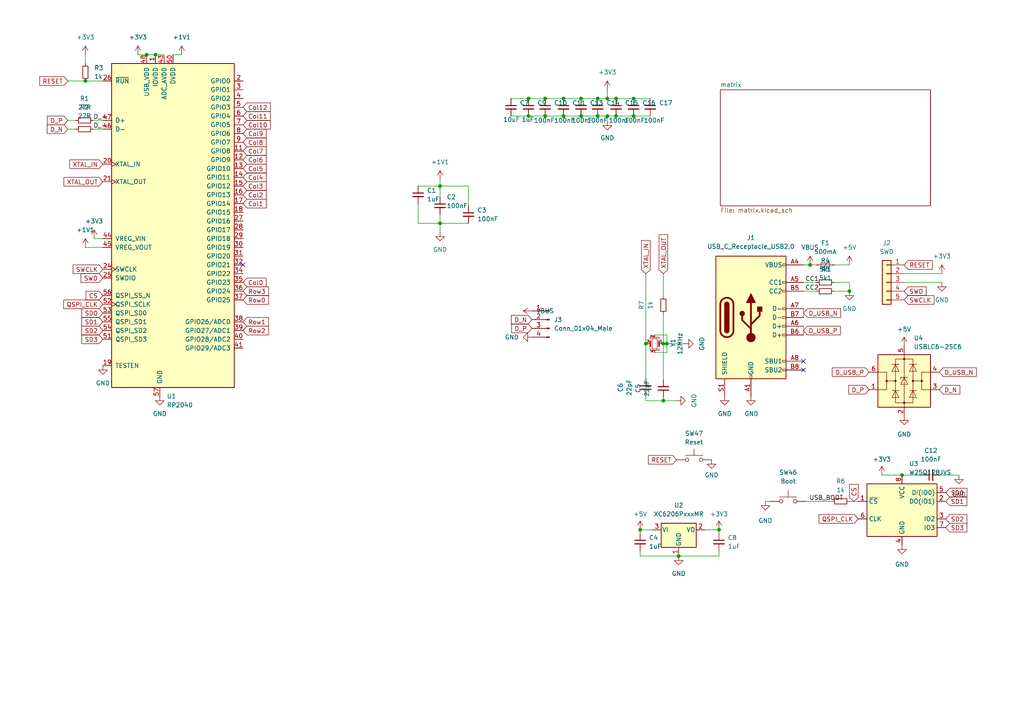
<source format=kicad_sch>
(kicad_sch (version 20230121) (generator eeschema)
  (paper "A4")
  (lib_symbols
    (symbol "Connector:Conn_01x04_Male" (pin_names (offset 1.016) hide)
      (property "Reference" "J" (at 0 5.08 0))
      (property "Value" "Conn_01x04_Male" (at 0 -7.62 0))
      (symbol "Conn_01x04_Male_1_1"
        (polyline (pts (xy 1.27 -5.08) (xy 0.8636 -5.08)) (stroke (width 0.1524)))
        (polyline (pts (xy 1.27 -2.54) (xy 0.8636 -2.54)) (stroke (width 0.1524)))
        (polyline (pts (xy 1.27 0) (xy 0.8636 0)) (stroke (width 0.1524)))
        (polyline (pts (xy 1.27 2.54) (xy 0.8636 2.54)) (stroke (width 0.1524)))
        (rectangle (start 0.8636 -4.953) (end 0 -5.207) (stroke (width 0.1524)) (fill (type outline)))
        (rectangle (start 0.8636 -2.413) (end 0 -2.667) (stroke (width 0.1524)) (fill (type outline)))
        (rectangle (start 0.8636 0.127) (end 0 -0.127) (stroke (width 0.1524)) (fill (type outline)))
        (rectangle (start 0.8636 2.667) (end 0 2.413) (stroke (width 0.1524)) (fill (type outline)))
        (pin passive line (at 5.08 2.54 180) (length 3.81) (name "Pin_1") (number "1"))
        (pin passive line (at 5.08 0 180) (length 3.81) (name "Pin_2") (number "2"))
        (pin passive line (at 5.08 -2.54 180) (length 3.81) (name "Pin_3") (number "3"))
        (pin passive line (at 5.08 -5.08 180) (length 3.81) (name "Pin_4") (number "4"))
      )
    )
    (symbol "Connector:USB_C_Receptacle_USB2.0" (pin_names (offset 1.016))
      (property "Reference" "J" (at -10.16 19.05 0))
      (property "Value" "USB_C_Receptacle_USB2.0" (at 19.05 19.05 0))
      (symbol "USB_C_Receptacle_USB2.0_0_0"
        (rectangle (start -0.254 -17.78) (end 0.254 -16.764))
        (rectangle (start 10.16 -14.986) (end 9.144 -15.494))
        (rectangle (start 10.16 -12.446) (end 9.144 -12.954))
        (rectangle (start 10.16 -4.826) (end 9.144 -5.334))
        (rectangle (start 10.16 -2.286) (end 9.144 -2.794))
        (rectangle (start 10.16 0.254) (end 9.144 -0.254))
        (rectangle (start 10.16 2.794) (end 9.144 2.286))
        (rectangle (start 10.16 7.874) (end 9.144 7.366))
        (rectangle (start 10.16 10.414) (end 9.144 9.906))
        (rectangle (start 10.16 15.494) (end 9.144 14.986))
      )
      (symbol "USB_C_Receptacle_USB2.0_0_1"
        (rectangle (start -10.16 17.78) (end 10.16 -17.78) (stroke (width 0.254)) (fill (type background)))
        (arc (start -8.89 -3.81) (mid -6.985 -5.7067) (end -5.08 -3.81) (stroke (width 0.508)))
        (arc (start -7.62 -3.81) (mid -6.985 -4.4423) (end -6.35 -3.81) (stroke (width 0.254)))
        (arc (start -7.62 -3.81) (mid -6.985 -4.4423) (end -6.35 -3.81) (stroke (width 0.254)) (fill (type outline)))
        (rectangle (start -7.62 -3.81) (end -6.35 3.81) (stroke (width 0.254)) (fill (type outline)))
        (arc (start -6.35 3.81) (mid -6.985 4.4423) (end -7.62 3.81) (stroke (width 0.254)))
        (arc (start -6.35 3.81) (mid -6.985 4.4423) (end -7.62 3.81) (stroke (width 0.254)) (fill (type outline)))
        (arc (start -5.08 3.81) (mid -6.985 5.7067) (end -8.89 3.81) (stroke (width 0.508)))
        (circle (center -2.54 1.143) (radius 0.635) (stroke (width 0.254)) (fill (type outline)))
        (circle (center 0 -5.842) (radius 1.27) (fill (type outline)))
        (polyline (pts (xy -8.89 -3.81) (xy -8.89 3.81)) (stroke (width 0.508)))
        (polyline (pts (xy -5.08 3.81) (xy -5.08 -3.81)) (stroke (width 0.508)))
        (polyline (pts (xy 0 -5.842) (xy 0 4.318)) (stroke (width 0.508)))
        (polyline (pts (xy 0 -3.302) (xy -2.54 -0.762) (xy -2.54 0.508)) (stroke (width 0.508)))
        (polyline (pts (xy 0 -2.032) (xy 2.54 0.508) (xy 2.54 1.778)) (stroke (width 0.508)))
        (polyline (pts (xy -1.27 4.318) (xy 0 6.858) (xy 1.27 4.318) (xy -1.27 4.318)) (stroke (width 0.254)) (fill (type outline)))
        (rectangle (start 1.905 1.778) (end 3.175 3.048) (stroke (width 0.254)) (fill (type outline)))
      )
      (symbol "USB_C_Receptacle_USB2.0_1_1"
        (pin passive line (at 0 -22.86 90) (length 5.08) (name "GND") (number "A1"))
        (pin passive line (at 0 -22.86 90) (length 5.08) hide (name "GND") (number "A12"))
        (pin passive line (at 15.24 15.24 180) (length 5.08) (name "VBUS") (number "A4"))
        (pin bidirectional line (at 15.24 10.16 180) (length 5.08) (name "CC1") (number "A5"))
        (pin bidirectional line (at 15.24 -2.54 180) (length 5.08) (name "D+") (number "A6"))
        (pin bidirectional line (at 15.24 2.54 180) (length 5.08) (name "D-") (number "A7"))
        (pin bidirectional line (at 15.24 -12.7 180) (length 5.08) (name "SBU1") (number "A8"))
        (pin passive line (at 15.24 15.24 180) (length 5.08) hide (name "VBUS") (number "A9"))
        (pin passive line (at 0 -22.86 90) (length 5.08) hide (name "GND") (number "B1"))
        (pin passive line (at 0 -22.86 90) (length 5.08) hide (name "GND") (number "B12"))
        (pin passive line (at 15.24 15.24 180) (length 5.08) hide (name "VBUS") (number "B4"))
        (pin bidirectional line (at 15.24 7.62 180) (length 5.08) (name "CC2") (number "B5"))
        (pin bidirectional line (at 15.24 -5.08 180) (length 5.08) (name "D+") (number "B6"))
        (pin bidirectional line (at 15.24 0 180) (length 5.08) (name "D-") (number "B7"))
        (pin bidirectional line (at 15.24 -15.24 180) (length 5.08) (name "SBU2") (number "B8"))
        (pin passive line (at 15.24 15.24 180) (length 5.08) hide (name "VBUS") (number "B9"))
        (pin passive line (at -7.62 -22.86 90) (length 5.08) (name "SHIELD") (number "S1"))
      )
    )
    (symbol "Connector_Generic:Conn_01x05" (pin_names (offset 1.016) hide)
      (property "Reference" "J" (at 0 7.62 0))
      (property "Value" "Conn_01x05" (at 0 -7.62 0))
      (symbol "Conn_01x05_1_1"
        (rectangle (start -1.27 -4.953) (end 0 -5.207) (stroke (width 0.1524)))
        (rectangle (start -1.27 -2.413) (end 0 -2.667) (stroke (width 0.1524)))
        (rectangle (start -1.27 0.127) (end 0 -0.127) (stroke (width 0.1524)))
        (rectangle (start -1.27 2.667) (end 0 2.413) (stroke (width 0.1524)))
        (rectangle (start -1.27 5.207) (end 0 4.953) (stroke (width 0.1524)))
        (rectangle (start -1.27 6.35) (end 1.27 -6.35) (stroke (width 0.254)) (fill (type background)))
        (pin passive line (at -5.08 5.08 0) (length 3.81) (name "Pin_1") (number "1"))
        (pin passive line (at -5.08 2.54 0) (length 3.81) (name "Pin_2") (number "2"))
        (pin passive line (at -5.08 0 0) (length 3.81) (name "Pin_3") (number "3"))
        (pin passive line (at -5.08 -2.54 0) (length 3.81) (name "Pin_4") (number "4"))
        (pin passive line (at -5.08 -5.08 0) (length 3.81) (name "Pin_5") (number "5"))
      )
    )
    (symbol "Device:C_Small" (pin_numbers hide) (pin_names (offset 0.254) hide)
      (property "Reference" "C" (at 0.254 1.778 0))
      (property "Value" "C_Small" (at 0.254 -2.032 0))
      (symbol "C_Small_0_1"
        (polyline (pts (xy -1.524 -0.508) (xy 1.524 -0.508)) (stroke (width 0.3302)))
        (polyline (pts (xy -1.524 0.508) (xy 1.524 0.508)) (stroke (width 0.3048)))
      )
      (symbol "C_Small_1_1"
        (pin passive line (at 0 2.54 270) (length 2.032) (name "~") (number "1"))
        (pin passive line (at 0 -2.54 90) (length 2.032) (name "~") (number "2"))
      )
    )
    (symbol "Device:Crystal_GND24_Small" (pin_names (offset 1.016) hide)
      (property "Reference" "Y" (at 1.27 4.445 0))
      (property "Value" "Crystal_GND24_Small" (at 1.27 2.54 0))
      (symbol "Crystal_GND24_Small_0_1"
        (rectangle (start -0.762 -1.524) (end 0.762 1.524))
        (polyline (pts (xy -1.27 -0.762) (xy -1.27 0.762)) (stroke (width 0.381)))
        (polyline (pts (xy 1.27 -0.762) (xy 1.27 0.762)) (stroke (width 0.381)))
        (polyline (pts (xy -1.27 -1.27) (xy -1.27 -1.905) (xy 1.27 -1.905) (xy 1.27 -1.27)))
        (polyline (pts (xy -1.27 1.27) (xy -1.27 1.905) (xy 1.27 1.905) (xy 1.27 1.27)))
      )
      (symbol "Crystal_GND24_Small_1_1"
        (pin passive line (at -2.54 0 0) (length 1.27) (name "1") (number "1"))
        (pin passive line (at 0 -2.54 90) (length 0.635) (name "2") (number "2"))
        (pin passive line (at 2.54 0 180) (length 1.27) (name "3") (number "3"))
        (pin passive line (at 0 2.54 270) (length 0.635) (name "4") (number "4"))
      )
    )
    (symbol "Device:Polyfuse_Small" (pin_numbers hide) (pin_names (offset 0))
      (property "Reference" "F" (at -1.905 0 90))
      (property "Value" "Polyfuse_Small" (at 1.905 0 90))
      (symbol "Polyfuse_Small_0_1"
        (rectangle (start -0.508 1.27) (end 0.508 -1.27))
        (polyline (pts (xy 0 2.54) (xy 0 -2.54)))
        (polyline (pts (xy -1.016 1.27) (xy -1.016 0.762) (xy 1.016 -0.762) (xy 1.016 -1.27)))
      )
      (symbol "Polyfuse_Small_1_1"
        (pin passive line (at 0 2.54 270) (length 0.635) (name "~") (number "1"))
        (pin passive line (at 0 -2.54 90) (length 0.635) (name "~") (number "2"))
      )
    )
    (symbol "Device:R_Small" (pin_numbers hide) (pin_names (offset 0.254) hide)
      (property "Reference" "R" (at 0.762 0.508 0))
      (property "Value" "R_Small" (at 0.762 -1.016 0))
      (symbol "R_Small_0_1"
        (rectangle (start -0.762 1.778) (end 0.762 -1.778) (stroke (width 0.2032)))
      )
      (symbol "R_Small_1_1"
        (pin passive line (at 0 2.54 270) (length 0.762) (name "~") (number "1"))
        (pin passive line (at 0 -2.54 90) (length 0.762) (name "~") (number "2"))
      )
    )
    (symbol "GND_1" (power) (pin_names (offset 0))
      (property "Value" "GND_1" (at 0 -3.81 0))
      (symbol "GND_1_0_1"
        (polyline (pts (xy 0 0) (xy 0 -1.27) (xy 1.27 -1.27) (xy 0 -2.54) (xy -1.27 -1.27) (xy 0 -1.27)))
      )
      (symbol "GND_1_1_1"
        (pin power_in line (at 0 0 270) (length 0) hide (name "GND") (number "1"))
      )
    )
    (symbol "Memory_Flash:W25Q128JVS"
      (property "Reference" "U" (at -8.89 8.89 0))
      (property "Value" "W25Q128JVS" (at 7.62 8.89 0))
      (symbol "W25Q128JVS_0_1"
        (rectangle (start -10.16 7.62) (end 10.16 -7.62) (stroke (width 0.254)) (fill (type background)))
      )
      (symbol "W25Q128JVS_1_1"
        (pin input line (at -12.7 2.54 0) (length 2.54) (name "~{CS}") (number "1"))
        (pin bidirectional line (at 12.7 2.54 180) (length 2.54) (name "DO(IO1)") (number "2"))
        (pin bidirectional line (at 12.7 -2.54 180) (length 2.54) (name "IO2") (number "3"))
        (pin power_in line (at 0 -10.16 90) (length 2.54) (name "GND") (number "4"))
        (pin bidirectional line (at 12.7 5.08 180) (length 2.54) (name "DI(IO0)") (number "5"))
        (pin input line (at -12.7 -2.54 0) (length 2.54) (name "CLK") (number "6"))
        (pin bidirectional line (at 12.7 -5.08 180) (length 2.54) (name "IO3") (number "7"))
        (pin power_in line (at 0 10.16 270) (length 2.54) (name "VCC") (number "8"))
      )
    )
    (symbol "Power_Protection:USBLC6-2SC6" (pin_names hide)
      (property "Reference" "U" (at 2.54 8.89 0))
      (property "Value" "USBLC6-2SC6" (at 2.54 -8.89 0))
      (symbol "USBLC6-2SC6_0_1"
        (rectangle (start -7.62 -7.62) (end 7.62 7.62) (stroke (width 0.254)) (fill (type background)))
        (circle (center -5.08 0) (radius 0.254) (fill (type outline)))
        (circle (center -2.54 0) (radius 0.254) (fill (type outline)))
        (rectangle (start -2.54 6.35) (end 2.54 -6.35))
        (circle (center 0 -6.35) (radius 0.254) (fill (type outline)))
        (polyline (pts (xy -5.08 -2.54) (xy -7.62 -2.54)))
        (polyline (pts (xy -5.08 0) (xy -5.08 -2.54)))
        (polyline (pts (xy -5.08 2.54) (xy -7.62 2.54)))
        (polyline (pts (xy -1.524 -2.794) (xy -3.556 -2.794)))
        (polyline (pts (xy -1.524 4.826) (xy -3.556 4.826)))
        (polyline (pts (xy 0 -7.62) (xy 0 -6.35)))
        (polyline (pts (xy 0 -6.35) (xy 0 1.27)))
        (polyline (pts (xy 0 1.27) (xy 0 6.35)))
        (polyline (pts (xy 0 6.35) (xy 0 7.62)))
        (polyline (pts (xy 1.524 -2.794) (xy 3.556 -2.794)))
        (polyline (pts (xy 1.524 4.826) (xy 3.556 4.826)))
        (polyline (pts (xy 5.08 -2.54) (xy 7.62 -2.54)))
        (polyline (pts (xy 5.08 0) (xy 5.08 -2.54)))
        (polyline (pts (xy 5.08 2.54) (xy 7.62 2.54)))
        (polyline (pts (xy -2.54 0) (xy -5.08 0) (xy -5.08 2.54)))
        (polyline (pts (xy 2.54 0) (xy 5.08 0) (xy 5.08 2.54)))
        (polyline (pts (xy -3.556 -4.826) (xy -1.524 -4.826) (xy -2.54 -2.794) (xy -3.556 -4.826)))
        (polyline (pts (xy -3.556 2.794) (xy -1.524 2.794) (xy -2.54 4.826) (xy -3.556 2.794)))
        (polyline (pts (xy -1.016 -1.016) (xy 1.016 -1.016) (xy 0 1.016) (xy -1.016 -1.016)))
        (polyline (pts (xy 1.016 1.016) (xy 0.762 1.016) (xy -1.016 1.016) (xy -1.016 0.508)))
        (polyline (pts (xy 3.556 -4.826) (xy 1.524 -4.826) (xy 2.54 -2.794) (xy 3.556 -4.826)))
        (polyline (pts (xy 3.556 2.794) (xy 1.524 2.794) (xy 2.54 4.826) (xy 3.556 2.794)))
        (circle (center 0 6.35) (radius 0.254) (fill (type outline)))
        (circle (center 2.54 0) (radius 0.254) (fill (type outline)))
        (circle (center 5.08 0) (radius 0.254) (fill (type outline)))
      )
      (symbol "USBLC6-2SC6_1_1"
        (pin passive line (at -10.16 -2.54 0) (length 2.54) (name "I/O1") (number "1"))
        (pin passive line (at 0 -10.16 90) (length 2.54) (name "GND") (number "2"))
        (pin passive line (at 10.16 -2.54 180) (length 2.54) (name "I/O2") (number "3"))
        (pin passive line (at 10.16 2.54 180) (length 2.54) (name "I/O2") (number "4"))
        (pin passive line (at 0 10.16 270) (length 2.54) (name "VBUS") (number "5"))
        (pin passive line (at -10.16 2.54 0) (length 2.54) (name "I/O1") (number "6"))
      )
    )
    (symbol "Regulator_Linear:XC6206PxxxMR" (pin_names (offset 0.254))
      (property "Reference" "U" (at -3.81 3.175 0))
      (property "Value" "XC6206PxxxMR" (at 0 3.175 0))
      (symbol "XC6206PxxxMR_0_1"
        (rectangle (start -5.08 1.905) (end 5.08 -5.08) (stroke (width 0.254)) (fill (type background)))
      )
      (symbol "XC6206PxxxMR_1_1"
        (pin power_in line (at 0 -7.62 90) (length 2.54) (name "GND") (number "1"))
        (pin power_out line (at 7.62 0 180) (length 2.54) (name "VO") (number "2"))
        (pin power_in line (at -7.62 0 0) (length 2.54) (name "VI") (number "3"))
      )
    )
    (symbol "Sleep-lib:RP2040" (pin_names (offset 1.016))
      (property "Reference" "U" (at 8.89 51.435 0))
      (property "Value" "RP2040" (at 8.89 48.895 0))
      (symbol "RP2040_0_0"
        (rectangle (start -17.78 -45.72) (end 17.78 48.26) (stroke (width 0.254)) (fill (type background)))
      )
      (symbol "RP2040_1_1"
        (pin power_in line (at -5.08 50.8 270) (length 2.54) (name "IOVDD") (number "1"))
        (pin power_in line (at -5.08 50.8 270) (length 2.54) hide (name "IOVDD") (number "10"))
        (pin input line (at 20.32 22.86 180) (length 2.54) (name "GPIO8") (number "11"))
        (pin input line (at 20.32 20.32 180) (length 2.54) (name "GPIO9") (number "12"))
        (pin input line (at 20.32 17.78 180) (length 2.54) (name "GPIO10") (number "13"))
        (pin input line (at 20.32 15.24 180) (length 2.54) (name "GPIO11") (number "14"))
        (pin input line (at 20.32 12.7 180) (length 2.54) (name "GPIO12") (number "15"))
        (pin input line (at 20.32 10.16 180) (length 2.54) (name "GPIO13") (number "16"))
        (pin input line (at 20.32 7.62 180) (length 2.54) (name "GPIO14") (number "17"))
        (pin input line (at 20.32 5.08 180) (length 2.54) (name "GPIO15") (number "18"))
        (pin input line (at -20.32 -39.37 0) (length 2.54) (name "TESTEN") (number "19"))
        (pin input line (at 20.32 43.18 180) (length 2.54) (name "GPIO0") (number "2"))
        (pin input clock (at -20.32 19.05 0) (length 2.54) (name "XTAL_IN") (number "20"))
        (pin input clock (at -20.32 13.97 0) (length 2.54) (name "XTAL_OUT") (number "21"))
        (pin power_in line (at -5.08 50.8 270) (length 2.54) hide (name "IOVDD") (number "22"))
        (pin power_in line (at 0 50.8 270) (length 2.54) hide (name "DVDD") (number "23"))
        (pin input clock (at -20.32 -11.43 0) (length 2.54) (name "SWCLK") (number "24"))
        (pin bidirectional line (at -20.32 -13.97 0) (length 2.54) (name "SWDIO") (number "25"))
        (pin input line (at -20.32 43.18 0) (length 2.54) (name "~{RUN}") (number "26"))
        (pin input line (at 20.32 2.54 180) (length 2.54) (name "GPIO16") (number "27"))
        (pin input line (at 20.32 0 180) (length 2.54) (name "GPIO17") (number "28"))
        (pin input line (at 20.32 -2.54 180) (length 2.54) (name "GPIO18") (number "29"))
        (pin input line (at 20.32 40.64 180) (length 2.54) (name "GPIO1") (number "3"))
        (pin input line (at 20.32 -5.08 180) (length 2.54) (name "GPIO19") (number "30"))
        (pin input line (at 20.32 -7.62 180) (length 2.54) (name "GPIO20") (number "31"))
        (pin input line (at 20.32 -10.16 180) (length 2.54) (name "GPIO21") (number "32"))
        (pin power_in line (at -5.08 50.8 270) (length 2.54) hide (name "IOVDD") (number "33"))
        (pin input line (at 20.32 -12.7 180) (length 2.54) (name "GPIO22") (number "34"))
        (pin input line (at 20.32 -15.24 180) (length 2.54) (name "GPIO23") (number "35"))
        (pin input line (at 20.32 -17.78 180) (length 2.54) (name "GPIO24") (number "36"))
        (pin input line (at 20.32 -20.32 180) (length 2.54) (name "GPIO25") (number "37"))
        (pin input line (at 20.32 -26.67 180) (length 2.54) (name "GPIO26/ADC0") (number "38"))
        (pin input line (at 20.32 -29.21 180) (length 2.54) (name "GPIO27/ADC1") (number "39"))
        (pin input line (at 20.32 38.1 180) (length 2.54) (name "GPIO2") (number "4"))
        (pin input line (at 20.32 -31.75 180) (length 2.54) (name "GPIO28/ADC2") (number "40"))
        (pin input line (at 20.32 -34.29 180) (length 2.54) (name "GPIO29/ADC3") (number "41"))
        (pin power_in line (at -5.08 50.8 270) (length 2.54) hide (name "IOVDD") (number "42"))
        (pin power_in line (at -2.54 50.8 270) (length 2.54) (name "ADC_AVDD") (number "43"))
        (pin power_in line (at -20.32 -2.54 0) (length 2.54) (name "VREG_VIN") (number "44"))
        (pin power_out line (at -20.32 -5.08 0) (length 2.54) (name "VREG_VOUT") (number "45"))
        (pin bidirectional line (at -20.32 29.21 0) (length 2.54) (name "D-") (number "46"))
        (pin bidirectional line (at -20.32 31.75 0) (length 2.54) (name "D+") (number "47"))
        (pin power_in line (at -7.62 50.8 270) (length 2.54) (name "USB_VDD") (number "48"))
        (pin power_in line (at -5.08 50.8 270) (length 2.54) hide (name "IOVDD") (number "49"))
        (pin input line (at 20.32 35.56 180) (length 2.54) (name "GPIO3") (number "5"))
        (pin power_in line (at 0 50.8 270) (length 2.54) (name "DVDD") (number "50"))
        (pin bidirectional line (at -20.32 -31.75 0) (length 2.54) (name "QSPI_SD3") (number "51"))
        (pin input clock (at -20.32 -21.59 0) (length 2.54) (name "QSPI_SCLK") (number "52"))
        (pin bidirectional line (at -20.32 -24.13 0) (length 2.54) (name "QSPI_SD0") (number "53"))
        (pin bidirectional line (at -20.32 -29.21 0) (length 2.54) (name "QSPI_SD2") (number "54"))
        (pin bidirectional line (at -20.32 -26.67 0) (length 2.54) (name "QSPI_SD1") (number "55"))
        (pin bidirectional line (at -20.32 -19.05 0) (length 2.54) (name "QSPI_SS_N") (number "56"))
        (pin power_in line (at -3.81 -48.26 90) (length 2.54) (name "GND") (number "57"))
        (pin input line (at 20.32 33.02 180) (length 2.54) (name "GPIO4") (number "6"))
        (pin input line (at 20.32 30.48 180) (length 2.54) (name "GPIO5") (number "7"))
        (pin input line (at 20.32 27.94 180) (length 2.54) (name "GPIO6") (number "8"))
        (pin input line (at 20.32 25.4 180) (length 2.54) (name "GPIO7") (number "9"))
      )
    )
    (symbol "Switch:SW_Push" (pin_numbers hide) (pin_names (offset 1.016) hide)
      (property "Reference" "SW" (at 1.27 2.54 0))
      (property "Value" "SW_Push" (at 0 -1.524 0))
      (symbol "SW_Push_0_1"
        (circle (center -2.032 0) (radius 0.508))
        (polyline (pts (xy 0 1.27) (xy 0 3.048)))
        (polyline (pts (xy 2.54 1.27) (xy -2.54 1.27)))
        (circle (center 2.032 0) (radius 0.508))
        (pin passive line (at -5.08 0 0) (length 2.54) (name "1") (number "1"))
        (pin passive line (at 5.08 0 180) (length 2.54) (name "2") (number "2"))
      )
    )
    (symbol "power:+1V1" (power) (pin_names (offset 0))
      (property "Value" "+1V1" (at 0 3.556 0))
      (symbol "+1V1_0_1"
        (polyline (pts (xy -0.762 1.27) (xy 0 2.54)))
        (polyline (pts (xy 0 0) (xy 0 2.54)))
        (polyline (pts (xy 0 2.54) (xy 0.762 1.27)))
      )
      (symbol "+1V1_1_1"
        (pin power_in line (at 0 0 90) (length 0) hide (name "+1V1") (number "1"))
      )
    )
    (symbol "power:+3V3" (power) (pin_names (offset 0))
      (property "Value" "+3V3" (at 0 3.556 0))
      (symbol "+3V3_0_1"
        (polyline (pts (xy -0.762 1.27) (xy 0 2.54)))
        (polyline (pts (xy 0 0) (xy 0 2.54)))
        (polyline (pts (xy 0 2.54) (xy 0.762 1.27)))
      )
      (symbol "+3V3_1_1"
        (pin power_in line (at 0 0 90) (length 0) hide (name "+3V3") (number "1"))
      )
    )
    (symbol "power:+5V" (power) (pin_names (offset 0))
      (property "Value" "+5V" (at 0 3.556 0))
      (symbol "+5V_0_1"
        (polyline (pts (xy -0.762 1.27) (xy 0 2.54)))
        (polyline (pts (xy 0 0) (xy 0 2.54)))
        (polyline (pts (xy 0 2.54) (xy 0.762 1.27)))
      )
      (symbol "+5V_1_1"
        (pin power_in line (at 0 0 90) (length 0) hide (name "+5V") (number "1"))
      )
    )
    (symbol "power:GND" (power) (pin_names (offset 0))
      (property "Value" "GND" (at 0 -3.81 0))
      (symbol "GND_0_1"
        (polyline (pts (xy 0 0) (xy 0 -1.27) (xy 1.27 -1.27) (xy 0 -2.54) (xy -1.27 -1.27) (xy 0 -1.27)))
      )
      (symbol "GND_1_1"
        (pin power_in line (at 0 0 270) (length 0) hide (name "GND") (number "1"))
      )
    )
    (symbol "power:VBUS" (power) (pin_names (offset 0))
      (property "Value" "VBUS" (at 0 3.81 0))
      (symbol "VBUS_0_1"
        (polyline (pts (xy -0.762 1.27) (xy 0 2.54)))
        (polyline (pts (xy 0 0) (xy 0 2.54)))
        (polyline (pts (xy 0 2.54) (xy 0.762 1.27)))
      )
      (symbol "VBUS_1_1"
        (pin power_in line (at 0 0 90) (length 0) hide (name "VBUS") (number "1"))
      )
    )
  )
  (junction (at 208.534 153.67))
  (junction (at 168.529 28.575))
  (junction (at 178.689 33.655))
  (junction (at 261.62 137.795))
  (junction (at 192.405 99.695))
  (junction (at 187.325 99.695))
  (junction (at 234.95 76.835))
  (junction (at 246.38 84.455))
  (junction (at 185.674 153.67))
  (junction (at 24.765 23.495))
  (junction (at 153.289 28.575))
  (junction (at 183.769 33.655))
  (junction (at 158.115 28.575))
  (junction (at 192.405 116.205))
  (junction (at 45.085 15.875))
  (junction (at 176.149 28.575))
  (junction (at 168.529 33.655))
  (junction (at 196.85 161.29))
  (junction (at 127.635 53.975))
  (junction (at 193.421 99.695))
  (junction (at 42.545 15.875))
  (junction (at 176.149 33.655))
  (junction (at 173.355 33.655))
  (junction (at 163.449 28.575))
  (junction (at 158.115 33.655))
  (junction (at 163.449 33.655))
  (junction (at 178.689 28.575))
  (junction (at 173.355 28.575))
  (junction (at 153.289 33.655))
  (junction (at 183.769 28.575))
  (junction (at 127.635 64.77))
  (no_connect (at 70.485 76.835))
  (no_connect (at 233.045 107.315))
  (no_connect (at 233.045 104.775))
  (wire (pts (xy 262.255 81.915) (xy 273.177 81.915)))
  (wire (pts (xy 127.635 53.975) (xy 127.635 57.15)))
  (wire (pts (xy 272.542 137.795) (xy 278.13 137.795)))
  (wire (pts (xy 241.935 76.835) (xy 246.38 76.835)))
  (wire (pts (xy 47.625 15.875) (xy 45.085 15.875)))
  (wire (pts (xy 127.635 52.07) (xy 127.635 53.975)))
  (wire (pts (xy 24.765 23.495) (xy 29.845 23.495)))
  (wire (pts (xy 208.534 161.29) (xy 208.534 159.766)))
  (wire (pts (xy 19.685 37.465) (xy 21.971 37.465)))
  (wire (pts (xy 148.209 28.575) (xy 153.289 28.575)))
  (wire (pts (xy 121.285 53.975) (xy 127.635 53.975)))
  (wire (pts (xy 234.95 76.835) (xy 236.855 76.835)))
  (wire (pts (xy 176.149 33.655) (xy 176.149 35.179)))
  (wire (pts (xy 189.23 153.67) (xy 185.674 153.67)))
  (wire (pts (xy 168.529 28.575) (xy 173.355 28.575)))
  (wire (pts (xy 261.62 137.795) (xy 267.462 137.795)))
  (wire (pts (xy 24.765 71.755) (xy 29.845 71.755)))
  (wire (pts (xy 127.635 62.23) (xy 127.635 64.77)))
  (wire (pts (xy 42.545 15.875) (xy 40.005 15.875)))
  (wire (pts (xy 192.405 110.109) (xy 192.405 99.695)))
  (wire (pts (xy 233.045 89.535) (xy 233.045 92.075)))
  (wire (pts (xy 193.421 102.235) (xy 193.421 99.695)))
  (wire (pts (xy 173.355 28.575) (xy 176.149 28.575)))
  (wire (pts (xy 148.209 33.655) (xy 153.289 33.655)))
  (wire (pts (xy 189.865 97.155) (xy 193.421 97.155)))
  (wire (pts (xy 187.325 109.855) (xy 187.325 99.695)))
  (wire (pts (xy 27.305 69.215) (xy 29.845 69.215)))
  (wire (pts (xy 135.89 53.975) (xy 135.89 59.69)))
  (wire (pts (xy 127.635 64.77) (xy 135.89 64.77)))
  (wire (pts (xy 153.289 28.575) (xy 158.115 28.575)))
  (wire (pts (xy 248.92 145.415) (xy 246.38 145.415)))
  (wire (pts (xy 183.769 28.575) (xy 188.595 28.575)))
  (wire (pts (xy 189.865 102.235) (xy 193.421 102.235)))
  (wire (pts (xy 185.674 159.766) (xy 185.674 161.29)))
  (wire (pts (xy 192.405 116.205) (xy 187.325 116.205)))
  (wire (pts (xy 176.149 33.655) (xy 178.689 33.655)))
  (wire (pts (xy 241.935 84.455) (xy 246.38 84.455)))
  (wire (pts (xy 27.051 34.925) (xy 29.845 34.925)))
  (wire (pts (xy 121.285 59.055) (xy 121.285 64.77)))
  (wire (pts (xy 168.529 33.655) (xy 173.355 33.655)))
  (wire (pts (xy 193.421 97.155) (xy 193.421 99.695)))
  (wire (pts (xy 127.635 67.31) (xy 127.635 64.77)))
  (wire (pts (xy 19.685 23.495) (xy 24.765 23.495)))
  (wire (pts (xy 158.115 33.655) (xy 163.449 33.655)))
  (wire (pts (xy 241.935 81.915) (xy 246.38 81.915)))
  (wire (pts (xy 192.405 115.189) (xy 192.405 116.205)))
  (wire (pts (xy 204.47 153.67) (xy 208.534 153.67)))
  (wire (pts (xy 173.355 33.655) (xy 176.149 33.655)))
  (wire (pts (xy 163.449 33.655) (xy 168.529 33.655)))
  (wire (pts (xy 241.3 145.415) (xy 233.68 145.415)))
  (wire (pts (xy 127.635 53.975) (xy 135.89 53.975)))
  (wire (pts (xy 185.674 153.67) (xy 185.674 154.686)))
  (wire (pts (xy 193.421 99.695) (xy 198.501 99.695)))
  (wire (pts (xy 45.085 15.875) (xy 42.545 15.875)))
  (wire (pts (xy 262.255 79.375) (xy 273.177 79.375)))
  (wire (pts (xy 223.52 145.415) (xy 221.996 145.415)))
  (wire (pts (xy 192.405 85.979) (xy 192.405 79.375)))
  (wire (pts (xy 187.325 99.695) (xy 187.325 79.375)))
  (wire (pts (xy 196.85 161.29) (xy 208.534 161.29)))
  (wire (pts (xy 233.045 84.455) (xy 236.855 84.455)))
  (wire (pts (xy 19.685 34.925) (xy 21.971 34.925)))
  (wire (pts (xy 187.325 116.205) (xy 187.325 114.935)))
  (wire (pts (xy 50.165 15.875) (xy 52.705 15.875)))
  (wire (pts (xy 208.534 153.67) (xy 208.534 154.686)))
  (wire (pts (xy 178.689 28.575) (xy 183.769 28.575)))
  (wire (pts (xy 121.285 64.77) (xy 127.635 64.77)))
  (wire (pts (xy 233.045 94.615) (xy 233.045 97.155)))
  (wire (pts (xy 246.38 81.915) (xy 246.38 84.455)))
  (wire (pts (xy 176.149 26.035) (xy 176.149 28.575)))
  (wire (pts (xy 196.215 116.205) (xy 192.405 116.205)))
  (wire (pts (xy 183.769 33.655) (xy 188.595 33.655)))
  (wire (pts (xy 176.149 28.575) (xy 178.689 28.575)))
  (wire (pts (xy 24.765 15.875) (xy 24.765 18.415)))
  (wire (pts (xy 185.674 161.29) (xy 196.85 161.29)))
  (wire (pts (xy 178.689 33.655) (xy 183.769 33.655)))
  (wire (pts (xy 158.115 28.575) (xy 163.449 28.575)))
  (wire (pts (xy 233.045 76.835) (xy 234.95 76.835)))
  (wire (pts (xy 192.405 99.695) (xy 192.405 91.059)))
  (wire (pts (xy 27.051 37.465) (xy 29.845 37.465)))
  (wire (pts (xy 163.449 28.575) (xy 168.529 28.575)))
  (wire (pts (xy 153.289 33.655) (xy 158.115 33.655)))
  (wire (pts (xy 233.045 81.915) (xy 236.855 81.915)))
  (wire (pts (xy 255.778 137.795) (xy 261.62 137.795)))
  (label "D_-" (at 27.051 37.465 0))
  (label "CC1" (at 233.553 81.915 0))
  (label "CC2" (at 233.553 84.455 0))
  (label "USB_BOOT" (at 234.696 145.415 0))
  (label "D_+" (at 27.051 34.925 0))
  (global_label "Row2" (shape input) (at 70.485 95.885 0) (property "Intersheetrefs" "${INTERSHEET_REFS}" (effects hide)))
  (global_label "SD2" (shape input) (at 29.845 95.885 180) (property "Intersheetrefs" "${INTERSHEET_REFS}" (effects hide)))
  (global_label "RESET" (shape input) (at 19.685 23.495 180) (property "Intersheetrefs" "${INTERSHEET_REFS}" (effects hide)))
  (global_label "Col10" (shape input) (at 70.485 36.195 0) (property "Intersheetrefs" "${INTERSHEET_REFS}" (effects hide)))
  (global_label "XTAL_OUT" (shape input) (at 29.845 52.705 180) (property "Intersheetrefs" "${INTERSHEET_REFS}" (effects hide)))
  (global_label "Col9" (shape input) (at 70.485 38.735 0) (property "Intersheetrefs" "${INTERSHEET_REFS}" (effects hide)))
  (global_label "D_USB_P" (shape input) (at 252.095 107.95 180) (property "Intersheetrefs" "${INTERSHEET_REFS}" (effects hide)))
  (global_label "SD0" (shape input) (at 29.845 90.805 180) (property "Intersheetrefs" "${INTERSHEET_REFS}" (effects hide)))
  (global_label "Col2" (shape input) (at 70.485 56.515 0) (property "Intersheetrefs" "${INTERSHEET_REFS}" (effects hide)))
  (global_label "SWD" (shape input) (at 262.255 84.455 0) (property "Intersheetrefs" "${INTERSHEET_REFS}" (effects hide)))
  (global_label "Col5" (shape input) (at 70.485 48.895 0) (property "Intersheetrefs" "${INTERSHEET_REFS}" (effects hide)))
  (global_label "SD1" (shape input) (at 29.845 93.345 180) (property "Intersheetrefs" "${INTERSHEET_REFS}" (effects hide)))
  (global_label "SD2" (shape input) (at 274.32 150.495 0) (property "Intersheetrefs" "${INTERSHEET_REFS}" (effects hide)))
  (global_label "SWD" (shape input) (at 29.845 80.645 180) (property "Intersheetrefs" "${INTERSHEET_REFS}" (effects hide)))
  (global_label "D_P" (shape input) (at 19.685 34.925 180) (property "Intersheetrefs" "${INTERSHEET_REFS}" (effects hide)))
  (global_label "SD1" (shape input) (at 274.32 145.415 0) (property "Intersheetrefs" "${INTERSHEET_REFS}" (effects hide)))
  (global_label "D_USB_P" (shape input) (at 233.045 95.885 0) (property "Intersheetrefs" "${INTERSHEET_REFS}" (effects hide)))
  (global_label "D_N" (shape input) (at 19.685 37.465 180) (property "Intersheetrefs" "${INTERSHEET_REFS}" (effects hide)))
  (global_label "D_USB_N" (shape input) (at 272.415 107.95 0) (property "Intersheetrefs" "${INTERSHEET_REFS}" (effects hide)))
  (global_label "D_USB_N" (shape input) (at 233.045 90.805 0) (property "Intersheetrefs" "${INTERSHEET_REFS}" (effects hide)))
  (global_label "CS" (shape input) (at 29.845 85.725 180) (property "Intersheetrefs" "${INTERSHEET_REFS}" (effects hide)))
  (global_label "Row3" (shape input) (at 70.485 84.455 0) (property "Intersheetrefs" "${INTERSHEET_REFS}" (effects hide)))
  (global_label "Col4" (shape input) (at 70.485 51.435 0) (property "Intersheetrefs" "${INTERSHEET_REFS}" (effects hide)))
  (global_label "Col0" (shape input) (at 70.485 81.915 0) (property "Intersheetrefs" "${INTERSHEET_REFS}" (effects hide)))
  (global_label "XTAL_IN" (shape input) (at 29.845 47.625 180) (property "Intersheetrefs" "${INTERSHEET_REFS}" (effects hide)))
  (global_label "QSPI_CLK" (shape input) (at 29.845 88.265 180) (property "Intersheetrefs" "${INTERSHEET_REFS}" (effects hide)))
  (global_label "D_P" (shape input) (at 252.095 113.03 180) (property "Intersheetrefs" "${INTERSHEET_REFS}" (effects hide)))
  (global_label "SD3" (shape input) (at 29.845 98.425 180) (property "Intersheetrefs" "${INTERSHEET_REFS}" (effects hide)))
  (global_label "CS" (shape input) (at 247.65 145.415 90) (property "Intersheetrefs" "${INTERSHEET_REFS}" (effects hide)))
  (global_label "D_N" (shape input) (at 272.415 113.03 0) (property "Intersheetrefs" "${INTERSHEET_REFS}" (effects hide)))
  (global_label "XTAL_IN" (shape input) (at 187.325 79.375 90) (property "Intersheetrefs" "${INTERSHEET_REFS}" (effects hide)))
  (global_label "Col7" (shape input) (at 70.485 43.815 0) (property "Intersheetrefs" "${INTERSHEET_REFS}" (effects hide)))
  (global_label "RESET" (shape input) (at 196.215 133.35 180) (property "Intersheetrefs" "${INTERSHEET_REFS}" (effects hide)))
  (global_label "SWCLK" (shape input) (at 262.255 86.995 0) (property "Intersheetrefs" "${INTERSHEET_REFS}" (effects hide)))
  (global_label "SD0" (shape input) (at 274.32 142.875 0) (property "Intersheetrefs" "${INTERSHEET_REFS}" (effects hide)))
  (global_label "RESET" (shape input) (at 262.255 76.835 0) (property "Intersheetrefs" "${INTERSHEET_REFS}" (effects hide)))
  (global_label "Col12" (shape input) (at 70.485 31.115 0) (property "Intersheetrefs" "${INTERSHEET_REFS}" (effects hide)))
  (global_label "D_N" (shape input) (at 154.305 92.71 180) (property "Intersheetrefs" "${INTERSHEET_REFS}" (effects hide)))
  (global_label "Col1" (shape input) (at 70.485 59.055 0) (property "Intersheetrefs" "${INTERSHEET_REFS}" (effects hide)))
  (global_label "Col6" (shape input) (at 70.485 46.355 0) (property "Intersheetrefs" "${INTERSHEET_REFS}" (effects hide)))
  (global_label "Col11" (shape input) (at 70.485 33.655 0) (property "Intersheetrefs" "${INTERSHEET_REFS}" (effects hide)))
  (global_label "Row0" (shape input) (at 70.485 86.995 0) (property "Intersheetrefs" "${INTERSHEET_REFS}" (effects hide)))
  (global_label "XTAL_OUT" (shape input) (at 192.405 79.375 90) (property "Intersheetrefs" "${INTERSHEET_REFS}" (effects hide)))
  (global_label "Col8" (shape input) (at 70.485 41.275 0) (property "Intersheetrefs" "${INTERSHEET_REFS}" (effects hide)))
  (global_label "QSPI_CLK" (shape input) (at 248.92 150.495 180) (property "Intersheetrefs" "${INTERSHEET_REFS}" (effects hide)))
  (global_label "SD3" (shape input) (at 274.32 153.035 0) (property "Intersheetrefs" "${INTERSHEET_REFS}" (effects hide)))
  (global_label "Row1" (shape input) (at 70.485 93.345 0) (property "Intersheetrefs" "${INTERSHEET_REFS}" (effects hide)))
  (global_label "Col3" (shape input) (at 70.485 53.975 0) (property "Intersheetrefs" "${INTERSHEET_REFS}" (effects hide)))
  (global_label "D_P" (shape input) (at 154.305 95.25 180) (property "Intersheetrefs" "${INTERSHEET_REFS}" (effects hide)))
  (global_label "SWCLK" (shape input) (at 29.845 78.105 180) (property "Intersheetrefs" "${INTERSHEET_REFS}" (effects hide)))
  (symbol (lib_id "Device:Polyfuse_Small") (at 239.395 76.835 90) (unit 1)
    (property "Reference" "F1" (at 239.395 70.485 90))
    (property "Value" "500mA" (at 239.395 73.025 90))
    (property "Footprint" "Fuse:Fuse_1206_3216Metric" (effects hide))
  )
  (symbol (lib_id "power:GND") (at 217.805 114.935 0) (unit 1)
    (property "Reference" "#PWR0119" (effects hide))
    (property "Value" "GND" (at 217.932 120.015 0))
  )
  (symbol (lib_id "power:GND") (at 206.375 133.35 0) (unit 1)
    (property "Reference" "#PWR0131" (effects hide))
    (property "Value" "GND" (at 206.375 137.795 0))
  )
  (symbol (lib_id "Memory_Flash:W25Q128JVS") (at 261.62 147.955 0) (unit 1)
    (property "Reference" "U3" (at 263.6394 134.493 0) (effects (justify left)))
    (property "Value" "W25Q128JVS" (at 263.6394 137.033 0) (effects (justify left)))
    (property "Footprint" "Package_SO:SOIC-8_5.23x5.23mm_P1.27mm" (effects hide))
    (property "Datasheet" "http://www.winbond.com/resource-files/w25q128jv_dtr%20revc%2003272018%20plus.pdf" (effects hide))
  )
  (symbol (lib_id "power:+3V3") (at 208.534 153.67 0) (unit 1)
    (property "Reference" "#PWR0114" (effects hide))
    (property "Value" "+3V3" (at 208.534 149.098 0))
  )
  (symbol (lib_id "Device:C_Small") (at 121.285 56.515 0) (unit 1)
    (property "Reference" "C1" (at 123.825 55.2512 0) (effects (justify left)))
    (property "Value" "1uF" (at 123.825 57.7912 0) (effects (justify left)))
    (property "Footprint" "Capacitor_SMD:C_0402_1005Metric" (effects hide))
  )
  (symbol (lib_id "Device:R_Small") (at 239.395 84.455 90) (unit 1)
    (property "Reference" "R5" (at 239.395 78.105 90))
    (property "Value" "5k1" (at 239.395 80.645 90))
    (property "Footprint" "Resistor_SMD:R_0402_1005Metric" (effects hide))
  )
  (symbol (lib_id "Device:C_Small") (at 187.325 112.395 180) (unit 1)
    (property "Reference" "C6" (at 179.959 112.3887 90))
    (property "Value" "22pF" (at 182.499 112.3887 90))
    (property "Footprint" "Capacitor_SMD:C_0402_1005Metric" (effects hide))
  )
  (symbol (lib_id "Device:R_Small") (at 239.395 81.915 90) (unit 1)
    (property "Reference" "R4" (at 239.395 75.565 90))
    (property "Value" "5k1" (at 239.395 78.105 90))
    (property "Footprint" "Resistor_SMD:R_0402_1005Metric" (effects hide))
  )
  (symbol (lib_id "Device:C_Small") (at 183.769 31.115 0) (unit 1)
    (property "Reference" "C16" (at 186.309 29.8512 0) (effects (justify left)))
    (property "Value" "100nF" (at 180.975 34.925 0) (effects (justify left)))
    (property "Footprint" "Capacitor_SMD:C_0402_1005Metric" (effects hide))
  )
  (symbol (lib_id "Device:C_Small") (at 135.89 62.23 0) (unit 1)
    (property "Reference" "C3" (at 138.43 60.9662 0) (effects (justify left)))
    (property "Value" "100nF" (at 138.43 63.5062 0) (effects (justify left)))
    (property "Footprint" "Capacitor_SMD:C_0402_1005Metric" (effects hide))
  )
  (symbol (lib_id "Device:R_Small") (at 24.511 34.925 90) (unit 1)
    (property "Reference" "R1" (at 24.511 28.575 90))
    (property "Value" "27R" (at 24.511 31.115 90))
    (property "Footprint" "Resistor_SMD:R_0603_1608Metric" (effects hide))
  )
  (symbol (lib_id "Regulator_Linear:XC6206PxxxMR") (at 196.85 153.67 0) (unit 1)
    (property "Reference" "U2" (at 196.85 146.558 0))
    (property "Value" "XC6206PxxxMR" (at 196.85 149.098 0))
    (property "Footprint" "Package_TO_SOT_SMD:SOT-23" (effects hide))
    (property "Datasheet" "https://www.torexsemi.com/file/xc6206/XC6206.pdf" (effects hide))
  )
  (symbol (lib_id "Device:C_Small") (at 168.529 31.115 0) (unit 1)
    (property "Reference" "C13" (at 171.069 29.8512 0) (effects (justify left)))
    (property "Value" "100nF" (at 165.735 34.925 0) (effects (justify left)))
    (property "Footprint" "Capacitor_SMD:C_0402_1005Metric" (effects hide))
  )
  (symbol (lib_id "Device:C_Small") (at 153.289 31.115 0) (unit 1)
    (property "Reference" "C9" (at 155.829 29.8512 0) (effects (justify left)))
    (property "Value" "1uF" (at 151.257 34.671 0) (effects (justify left)))
    (property "Footprint" "Capacitor_SMD:C_0402_1005Metric" (effects hide))
  )
  (symbol (lib_id "Device:C_Small") (at 173.355 31.115 0) (unit 1)
    (property "Reference" "C14" (at 175.895 29.8512 0) (effects (justify left)))
    (property "Value" "100nF" (at 170.18 34.925 0) (effects (justify left)))
    (property "Footprint" "Capacitor_SMD:C_0402_1005Metric" (effects hide))
  )
  (symbol (lib_id "power:GND") (at 176.149 35.179 0) (unit 1)
    (property "Reference" "#PWR0128" (effects hide))
    (property "Value" "GND" (at 176.149 40.005 0))
  )
  (symbol (lib_id "power:+3V3") (at 24.765 15.875 0) (unit 1)
    (property "Reference" "#PWR0106" (effects hide))
    (property "Value" "+3V3" (at 24.765 10.795 0))
  )
  (symbol (lib_id "Device:Crystal_GND24_Small") (at 189.865 99.695 180) (unit 1)
    (property "Reference" "Y1" (at 195.199 99.441 90))
    (property "Value" "12MHz" (at 197.231 99.695 90))
    (property "Footprint" "Crystal:Crystal_SMD_3225-4Pin_3.2x2.5mm" (effects hide))
  )
  (symbol (lib_id "power:+3V3") (at 273.177 79.375 0) (unit 1)
    (property "Reference" "#PWR0121" (effects hide))
    (property "Value" "+3V3" (at 273.177 74.295 0))
  )
  (symbol (lib_id "Device:C_Small") (at 148.209 31.115 0) (unit 1)
    (property "Reference" "C7" (at 150.749 29.8512 0) (effects (justify left)))
    (property "Value" "10uF" (at 145.923 34.671 0) (effects (justify left)))
    (property "Footprint" "Capacitor_SMD:C_0402_1005Metric" (effects hide))
  )
  (symbol (lib_id "Device:R_Small") (at 243.84 145.415 90) (unit 1)
    (property "Reference" "R6" (at 243.84 139.573 90))
    (property "Value" "1k" (at 243.84 142.113 90))
    (property "Footprint" "Resistor_SMD:R_0402_1005Metric" (effects hide))
  )
  (symbol (lib_id "Switch:SW_Push") (at 201.295 133.35 0) (unit 1)
    (property "Reference" "SW47" (at 201.295 125.73 0))
    (property "Value" "Reset" (at 201.295 128.27 0))
    (property "Footprint" "Keebio-Parts:SW_SPST_TL3342" (effects hide))
  )
  (symbol (lib_id "Device:C_Small") (at 185.674 157.226 0) (unit 1)
    (property "Reference" "C4" (at 188.214 155.9622 0) (effects (justify left)))
    (property "Value" "1uF" (at 188.214 158.5022 0) (effects (justify left)))
    (property "Footprint" "Capacitor_SMD:C_0402_1005Metric" (effects hide))
  )
  (symbol (lib_id "power:+3V3") (at 176.149 26.035 0) (unit 1)
    (property "Reference" "#PWR0127" (effects hide))
    (property "Value" "+3V3" (at 176.149 20.955 0))
  )
  (symbol (lib_id "power:GND") (at 246.38 84.455 0) (unit 1)
    (property "Reference" "#PWR0111" (effects hide))
    (property "Value" "GND" (at 246.38 89.535 0))
  )
  (symbol (lib_id "power:+3V3") (at 40.005 15.875 0) (unit 1)
    (property "Reference" "#PWR0107" (effects hide))
    (property "Value" "+3V3" (at 40.005 10.795 0))
  )
  (symbol (lib_id "Device:C_Small") (at 127.635 59.69 0) (unit 1)
    (property "Reference" "C2" (at 129.54 57.15 0) (effects (justify left)))
    (property "Value" "100nF" (at 129.54 59.69 0) (effects (justify left)))
    (property "Footprint" "Capacitor_SMD:C_0402_1005Metric" (effects hide))
  )
  (symbol (lib_id "Device:C_Small") (at 192.405 112.649 180) (unit 1)
    (property "Reference" "C5" (at 185.039 112.6427 90))
    (property "Value" "22pF" (at 187.579 112.6427 90))
    (property "Footprint" "Capacitor_SMD:C_0402_1005Metric" (effects hide))
  )
  (symbol (lib_id "power:GND") (at 261.62 158.115 0) (unit 1)
    (property "Reference" "#PWR0129" (effects hide))
    (property "Value" "GND" (at 261.62 163.703 0))
  )
  (symbol (lib_id "power:GND") (at 196.85 161.29 0) (unit 1)
    (property "Reference" "#PWR0113" (effects hide))
    (property "Value" "GND" (at 196.85 166.37 0))
  )
  (symbol (lib_id "Connector_Generic:Conn_01x05") (at 257.175 81.915 0) (mirror y) (unit 1)
    (property "Reference" "J2" (at 257.175 70.485 0))
    (property "Value" "SWD" (at 257.175 73.025 0))
    (property "Footprint" "Connector_PinSocket_2.54mm:PinSocket_1x05_P2.54mm_Vertical" (effects hide))
  )
  (symbol (lib_id "power:+5V") (at 246.38 76.835 0) (unit 1)
    (property "Reference" "#PWR0109" (effects hide))
    (property "Value" "+5V" (at 246.38 71.755 0))
  )
  (symbol (lib_id "power:GND") (at 210.185 114.935 0) (unit 1)
    (property "Reference" "#PWR0118" (effects hide))
    (property "Value" "GND" (at 210.185 120.015 0))
  )
  (symbol (lib_id "Device:R_Small") (at 192.405 88.519 180) (unit 1)
    (property "Reference" "R7" (at 186.055 88.519 90))
    (property "Value" "1k" (at 188.595 88.519 90))
    (property "Footprint" "Resistor_SMD:R_0402_1005Metric" (effects hide))
  )
  (symbol (lib_id "power:+1V1") (at 127.635 52.07 0) (unit 1)
    (property "Reference" "#PWR0112" (effects hide))
    (property "Value" "+1V1" (at 127.635 46.99 0))
  )
  (symbol (lib_id "power:GND") (at 196.215 116.205 90) (unit 1)
    (property "Reference" "#PWR0117" (effects hide))
    (property "Value" "GND" (at 201.295 116.205 0))
  )
  (symbol (lib_id "power:VBUS") (at 234.95 76.835 0) (unit 1)
    (property "Reference" "#PWR0110" (effects hide))
    (property "Value" "VBUS" (at 234.95 71.755 0))
  )
  (symbol (lib_id "power:+5V") (at 262.255 100.33 0) (unit 1)
    (property "Reference" "#PWR0124" (effects hide))
    (property "Value" "+5V" (at 262.255 95.504 0))
  )
  (symbol (lib_id "Device:C_Small") (at 270.002 137.795 90) (unit 1)
    (property "Reference" "C12" (at 270.0083 130.683 90))
    (property "Value" "100nF" (at 270.0083 133.223 90))
    (property "Footprint" "Capacitor_SMD:C_0402_1005Metric" (effects hide))
  )
  (symbol (lib_id "Device:R_Small") (at 24.511 37.465 90) (unit 1)
    (property "Reference" "R2" (at 24.511 31.115 90))
    (property "Value" "27R" (at 24.511 33.655 90))
    (property "Footprint" "Resistor_SMD:R_0603_1608Metric" (effects hide))
  )
  (symbol (lib_name "GND_1") (lib_id "power:GND") (at 154.305 97.79 270) (unit 1)
    (property "Reference" "#PWR0132" (effects hide))
    (property "Value" "GND" (at 150.495 97.7899 90) (effects (justify right)))
  )
  (symbol (lib_id "power:+3V3") (at 27.305 69.215 0) (unit 1)
    (property "Reference" "#PWR0105" (effects hide))
    (property "Value" "+3V3" (at 27.305 64.135 0))
  )
  (symbol (lib_id "Device:R_Small") (at 24.765 20.955 0) (unit 1)
    (property "Reference" "R3" (at 27.305 19.6849 0) (effects (justify left)))
    (property "Value" "1k" (at 27.305 22.2249 0) (effects (justify left)))
    (property "Footprint" "Resistor_SMD:R_0402_1005Metric" (effects hide))
  )
  (symbol (lib_id "power:+5V") (at 185.674 153.67 0) (unit 1)
    (property "Reference" "#PWR0116" (effects hide))
    (property "Value" "+5V" (at 185.674 149.098 0))
  )
  (symbol (lib_id "power:GND") (at 262.255 120.65 0) (unit 1)
    (property "Reference" "#PWR0125" (effects hide))
    (property "Value" "GND" (at 262.255 125.984 0))
  )
  (symbol (lib_id "power:GND") (at 198.501 99.695 90) (unit 1)
    (property "Reference" "#PWR0115" (effects hide))
    (property "Value" "GND" (at 203.581 99.695 0))
  )
  (symbol (lib_id "power:VBUS") (at 154.305 90.17 90) (unit 1)
    (property "Reference" "#PWR0101" (effects hide))
    (property "Value" "VBUS" (at 155.575 90.1699 90) (effects (justify right)))
  )
  (symbol (lib_id "Switch:SW_Push") (at 228.6 145.415 0) (unit 1)
    (property "Reference" "SW46" (at 228.6 137.033 0))
    (property "Value" "Boot" (at 228.6 139.573 0))
    (property "Footprint" "Keebio-Parts:SW_SPST_TL3342" (effects hide))
  )
  (symbol (lib_id "power:+1V1") (at 52.705 15.875 0) (unit 1)
    (property "Reference" "#PWR0108" (effects hide))
    (property "Value" "+1V1" (at 52.705 10.795 0))
  )
  (symbol (lib_id "Connector:USB_C_Receptacle_USB2.0") (at 217.805 92.075 0) (unit 1)
    (property "Reference" "J1" (at 217.805 68.961 0))
    (property "Value" "USB_C_Receptacle_USB2.0" (at 217.805 71.501 0))
    (property "Footprint" "Connector_USB:USB_C_Receptacle_HRO_TYPE-C-31-M-12" (effects hide))
    (property "Datasheet" "https://www.usb.org/sites/default/files/documents/usb_type-c.zip" (effects hide))
  )
  (symbol (lib_id "power:GND") (at 29.845 106.045 0) (unit 1)
    (property "Reference" "#PWR0103" (effects hide))
    (property "Value" "GND" (at 29.845 111.125 0))
  )
  (symbol (lib_id "power:GND") (at 278.13 137.795 0) (unit 1)
    (property "Reference" "#PWR0130" (effects hide))
    (property "Value" "GND" (at 278.13 143.383 0))
  )
  (symbol (lib_id "Device:C_Small") (at 158.115 31.115 0) (unit 1)
    (property "Reference" "C10" (at 160.655 29.8512 0) (effects (justify left)))
    (property "Value" "100nF" (at 154.813 34.925 0) (effects (justify left)))
    (property "Footprint" "Capacitor_SMD:C_0402_1005Metric" (effects hide))
  )
  (symbol (lib_id "power:GND") (at 46.355 114.935 0) (unit 1)
    (property "Reference" "#PWR0102" (effects hide))
    (property "Value" "GND" (at 46.355 120.015 0))
  )
  (symbol (lib_id "power:+1V1") (at 24.765 71.755 0) (unit 1)
    (property "Reference" "#PWR0104" (effects hide))
    (property "Value" "+1V1" (at 24.765 66.675 0))
  )
  (symbol (lib_id "Device:C_Small") (at 188.595 31.115 0) (unit 1)
    (property "Reference" "C17" (at 191.135 29.8512 0) (effects (justify left)))
    (property "Value" "100nF" (at 186.69 34.925 0) (effects (justify left)))
    (property "Footprint" "Capacitor_SMD:C_0402_1005Metric" (effects hide))
  )
  (symbol (lib_id "Device:C_Small") (at 178.689 31.115 0) (unit 1)
    (property "Reference" "C15" (at 181.229 29.8512 0) (effects (justify left)))
    (property "Value" "100nF" (at 176.53 34.925 0) (effects (justify left)))
    (property "Footprint" "Capacitor_SMD:C_0402_1005Metric" (effects hide))
  )
  (symbol (lib_id "power:GND") (at 221.996 145.415 0) (unit 1)
    (property "Reference" "#PWR0123" (effects hide))
    (property "Value" "GND" (at 221.996 151.003 0))
  )
  (symbol (lib_id "power:+3V3") (at 255.778 137.795 0) (unit 1)
    (property "Reference" "#PWR0126" (effects hide))
    (property "Value" "+3V3" (at 255.778 133.223 0))
  )
  (symbol (lib_id "power:GND") (at 273.177 81.915 0) (unit 1)
    (property "Reference" "#PWR0122" (effects hide))
    (property "Value" "GND" (at 273.177 86.995 0))
  )
  (symbol (lib_id "power:GND") (at 127.635 67.31 0) (unit 1)
    (property "Reference" "#PWR0120" (effects hide))
    (property "Value" "GND" (at 127.635 72.39 0))
  )
  (symbol (lib_id "Sleep-lib:RP2040") (at 50.165 66.675 0) (unit 1)
    (property "Reference" "U1" (at 48.3744 114.935 0) (effects (justify left)))
    (property "Value" "RP2040" (at 48.3744 117.475 0) (effects (justify left)))
    (property "Footprint" "Footprints:RP2040-QFN-56" (effects hide))
    (property "Datasheet" "https://datasheets.raspberrypi.com/rp2040/rp2040-datasheet.pdf" (effects hide))
  )
  (symbol (lib_id "Device:C_Small") (at 208.534 157.226 0) (unit 1)
    (property "Reference" "C8" (at 211.074 155.9622 0) (effects (justify left)))
    (property "Value" "1uF" (at 211.074 158.5022 0) (effects (justify left)))
    (property "Footprint" "Capacitor_SMD:C_0402_1005Metric" (effects hide))
  )
  (symbol (lib_id "Connector:Conn_01x04_Male") (at 159.385 92.71 0) (mirror y) (unit 1)
    (property "Reference" "J3" (at 160.655 92.7099 0) (effects (justify right)))
    (property "Value" "Conn_01x04_Male" (at 160.655 95.2499 0) (effects (justify right)))
    (property "Footprint" "random-keyboard-parts:JST-SR-4" (effects hide))
  )
  (symbol (lib_id "Device:C_Small") (at 163.449 31.115 0) (unit 1)
    (property "Reference" "C11" (at 165.989 29.8512 0) (effects (justify left)))
    (property "Value" "100nF" (at 160.655 34.925 0) (effects (justify left)))
    (property "Footprint" "Capacitor_SMD:C_0402_1005Metric" (effects hide))
  )
  (symbol (lib_id "Power_Protection:USBLC6-2SC6") (at 262.255 110.49 0) (unit 1)
    (property "Reference" "U4" (at 265.0237 98.044 0) (effects (justify left)))
    (property "Value" "USBLC6-2SC6" (at 265.0237 100.584 0) (effects (justify left)))
    (property "Footprint" "Package_TO_SOT_SMD:SOT-23-6" (effects hide))
    (property "Datasheet" "https://www.st.com/resource/en/datasheet/usblc6-2.pdf" (effects hide))
  )
  (sheet (at 208.915 26.035) (size 60.96 33.655) (stroke (width 0.1524))
    (property "Sheetname" "matrix" (at 208.915 25.3234 0) (effects (justify left bottom)))
    (property "Sheetfile" "matrix.kicad_sch" (at 208.915 60.2746 0) (effects (justify left top)))
  )
)
</source>
